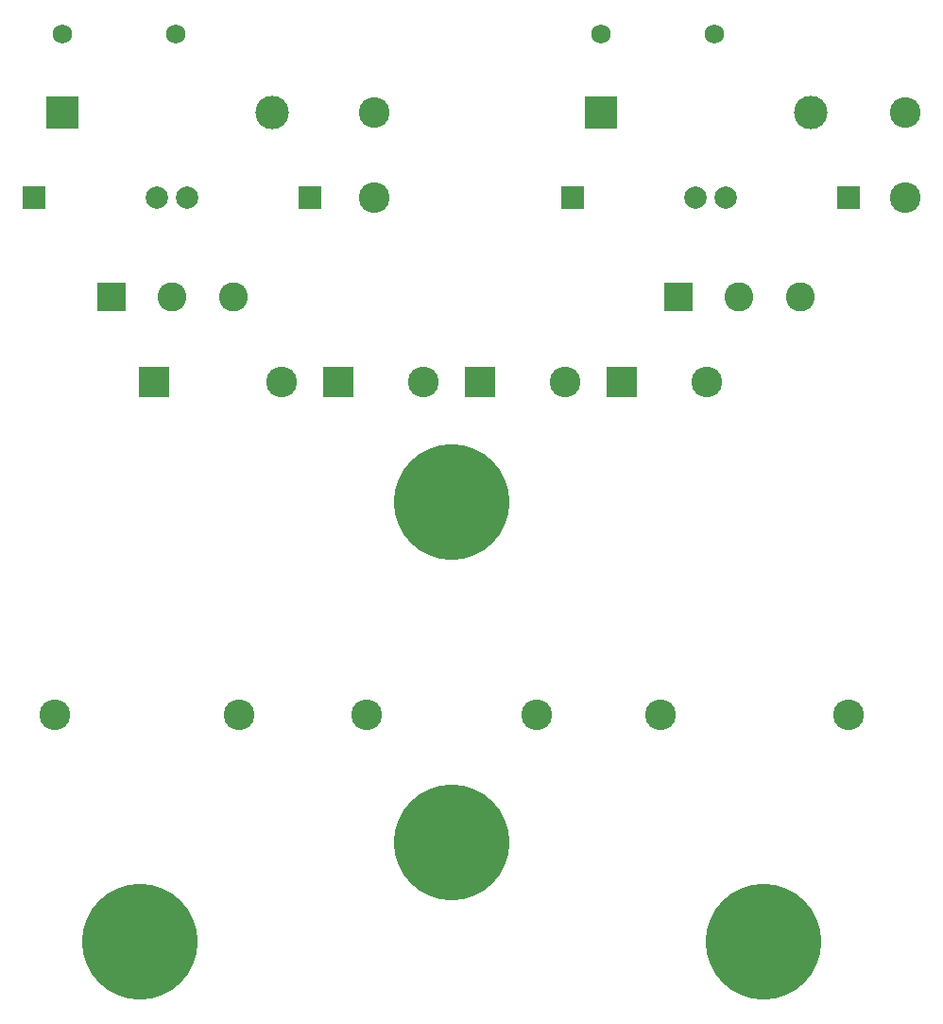
<source format=gbr>
G04 DipTrace 3.1.0.1*
G04 TopMask.gbr*
%MOIN*%
G04 #@! TF.FileFunction,Soldermask,Top*
G04 #@! TF.Part,Single*
%ADD38C,0.102488*%
%ADD40R,0.102488X0.102488*%
%ADD42C,0.068*%
%ADD44C,0.068*%
%ADD46C,0.408*%
%ADD48R,0.108X0.108*%
%ADD50C,0.108*%
%ADD52C,0.118236*%
%ADD54R,0.118236X0.118236*%
%ADD56C,0.078866*%
%ADD58R,0.078866X0.078866*%
%FSLAX26Y26*%
G04*
G70*
G90*
G75*
G01*
G04 TopMask*
%LPD*%
D58*
X719000Y3494000D3*
D56*
X1154039D3*
D58*
X1694000D3*
D56*
X1258961D3*
D58*
X2619000D3*
D56*
X3054039D3*
D58*
X3594000D3*
D56*
X3158961D3*
D54*
X2719000Y3794000D3*
D52*
X3460732D3*
D54*
X819000D3*
D52*
X1560732D3*
D50*
X1594000Y2844000D3*
D48*
X1144000D3*
D50*
X2094000D3*
D48*
X1794000D3*
D50*
X2594000D3*
D48*
X2294000D3*
D50*
X3094000D3*
D48*
X2794000D3*
D50*
X1444000Y1669000D3*
X2931500D3*
X1919000Y3794000D3*
X3794000Y3494000D3*
D46*
X2194000Y2419000D3*
Y1219000D3*
D50*
X1894000Y1669000D3*
X794000D3*
X3594000D3*
X2494000D3*
D46*
X1094000Y869000D3*
X3294000D3*
D50*
X1919000Y3494000D3*
X3794000Y3794000D3*
D44*
X1219000Y4069000D3*
D42*
X819000D3*
D44*
X3119000D3*
D42*
X2719000D3*
D40*
X994000Y3144000D3*
D38*
X1208567D3*
X1423134D3*
D40*
X2994000D3*
D38*
X3208567D3*
X3423134D3*
M02*

</source>
